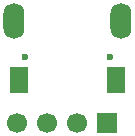
<source format=gbr>
G04 #@! TF.FileFunction,Soldermask,Bot*
%FSLAX46Y46*%
G04 Gerber Fmt 4.6, Leading zero omitted, Abs format (unit mm)*
G04 Created by KiCad (PCBNEW 4.0.0-rc1-stable) date mån 21 sep 2015 20:07:33*
%MOMM*%
G01*
G04 APERTURE LIST*
%ADD10C,0.100000*%
%ADD11C,1.700000*%
%ADD12R,1.700000X1.700000*%
%ADD13C,0.600000*%
%ADD14O,0.600000X0.600000*%
%ADD15R,1.650000X2.300000*%
%ADD16O,1.778000X3.048000*%
G04 APERTURE END LIST*
D10*
D11*
X62236000Y-11103000D03*
X64776000Y-11103000D03*
X67316000Y-11103000D03*
D12*
X69856000Y-11103000D03*
D13*
X70110000Y-5515000D03*
D14*
X62910000Y-5515000D03*
D15*
X70605000Y-7515000D03*
X62415000Y-7515000D03*
D16*
X71070120Y-2465000D03*
X61951520Y-2465000D03*
M02*

</source>
